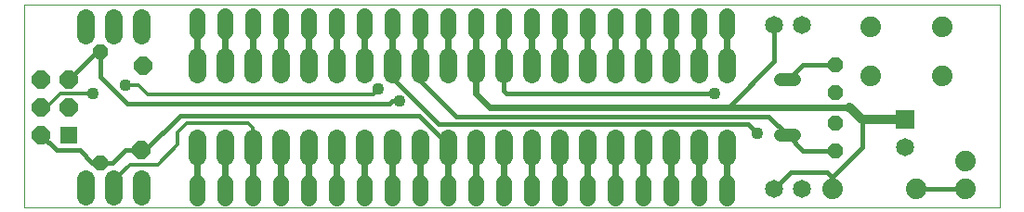
<source format=gtl>
G75*
G70*
%OFA0B0*%
%FSLAX24Y24*%
%IPPOS*%
%LPD*%
%AMOC8*
5,1,8,0,0,1.08239X$1,22.5*
%
%ADD10C,0.0000*%
%ADD11R,0.0600X0.0040*%
%ADD12R,0.0720X0.0040*%
%ADD13R,0.0680X0.0040*%
%ADD14R,0.0640X0.0040*%
%ADD15R,0.0560X0.0040*%
%ADD16R,0.0520X0.0040*%
%ADD17R,0.0440X0.0040*%
%ADD18R,0.0160X0.0040*%
%ADD19R,0.0880X0.0040*%
%ADD20R,0.1320X0.0040*%
%ADD21R,0.1520X0.0040*%
%ADD22R,0.0120X0.0040*%
%ADD23R,0.1400X0.0040*%
%ADD24R,0.1440X0.0040*%
%ADD25R,0.1480X0.0040*%
%ADD26R,0.1360X0.0040*%
%ADD27R,0.1240X0.0040*%
%ADD28R,0.1160X0.0040*%
%ADD29R,0.1080X0.0040*%
%ADD30R,0.1000X0.0040*%
%ADD31R,0.0920X0.0040*%
%ADD32R,0.0200X0.0040*%
%ADD33R,0.0760X0.0040*%
%ADD34R,0.0480X0.0040*%
%ADD35C,0.0560*%
%ADD36OC8,0.0560*%
%ADD37C,0.0740*%
%ADD38C,0.0650*%
%ADD39C,0.0640*%
%ADD40R,0.0640X0.0640*%
%ADD41OC8,0.0640*%
%ADD42R,0.0650X0.0650*%
%ADD43C,0.0480*%
%ADD44C,0.0240*%
%ADD45C,0.0320*%
%ADD46C,0.0160*%
%ADD47C,0.0436*%
%ADD48C,0.0120*%
D10*
X000160Y000310D02*
X035160Y000310D01*
X035160Y007585D01*
X000160Y007585D01*
X000160Y000310D01*
D11*
X001080Y000390D03*
X001160Y000630D03*
X001200Y000710D03*
X001200Y000750D03*
X001200Y000790D03*
X001200Y000830D03*
D12*
X001100Y000430D03*
X001220Y002190D03*
D13*
X001360Y002150D03*
X001120Y000510D03*
X001120Y000470D03*
D14*
X001140Y000550D03*
X001140Y000590D03*
X001180Y000670D03*
D15*
X001220Y000870D03*
D16*
X001200Y000910D03*
X001200Y000950D03*
X001200Y000990D03*
X001200Y001030D03*
X001200Y001070D03*
X001200Y001110D03*
D17*
X001200Y001150D03*
D18*
X001340Y001190D03*
X000300Y001470D03*
X000300Y001590D03*
X000300Y001630D03*
X000340Y001710D03*
X000380Y001750D03*
X000420Y001830D03*
X000460Y001870D03*
X000500Y001910D03*
X000540Y001950D03*
X000580Y001990D03*
X000620Y002030D03*
X000700Y002070D03*
D19*
X000780Y001350D03*
D20*
X000920Y001390D03*
X001200Y001470D03*
X001360Y001870D03*
D21*
X000980Y001430D03*
D22*
X000280Y001510D03*
X000280Y001550D03*
X000320Y001670D03*
X000400Y001790D03*
D23*
X001360Y001790D03*
X001240Y001510D03*
D24*
X001260Y001550D03*
X001300Y001590D03*
X001340Y001710D03*
X001340Y001750D03*
D25*
X001320Y001670D03*
X001320Y001630D03*
D26*
X001340Y001830D03*
D27*
X001360Y001910D03*
D28*
X001360Y001950D03*
D29*
X001360Y001990D03*
D30*
X001360Y002030D03*
D31*
X001360Y002070D03*
D32*
X000840Y002150D03*
X000760Y002110D03*
D33*
X001360Y002110D03*
D34*
X001220Y002230D03*
D35*
X006360Y001190D02*
X006360Y000630D01*
X007360Y000630D02*
X007360Y001190D01*
X008360Y001190D02*
X008360Y000630D01*
X009360Y000630D02*
X009360Y001190D01*
X010360Y001190D02*
X010360Y000630D01*
X011360Y000630D02*
X011360Y001190D01*
X012360Y001190D02*
X012360Y000630D01*
X013360Y000630D02*
X013360Y001190D01*
X014360Y001190D02*
X014360Y000630D01*
X015360Y000630D02*
X015360Y001190D01*
X016360Y001190D02*
X016360Y000630D01*
X017360Y000630D02*
X017360Y001190D01*
X018360Y001190D02*
X018360Y000630D01*
X019360Y000630D02*
X019360Y001190D01*
X020360Y001190D02*
X020360Y000630D01*
X021360Y000630D02*
X021360Y001190D01*
X022360Y001190D02*
X022360Y000630D01*
X023360Y000630D02*
X023360Y001190D01*
X024360Y001190D02*
X024360Y000630D01*
X025360Y000630D02*
X025360Y001190D01*
X025360Y006630D02*
X025360Y007190D01*
X024360Y007190D02*
X024360Y006630D01*
X023360Y006630D02*
X023360Y007190D01*
X022360Y007190D02*
X022360Y006630D01*
X021360Y006630D02*
X021360Y007190D01*
X020360Y007190D02*
X020360Y006630D01*
X019360Y006630D02*
X019360Y007190D01*
X018360Y007190D02*
X018360Y006630D01*
X017360Y006630D02*
X017360Y007190D01*
X016360Y007190D02*
X016360Y006630D01*
X015360Y006630D02*
X015360Y007190D01*
X014360Y007190D02*
X014360Y006630D01*
X013360Y006630D02*
X013360Y007190D01*
X012360Y007190D02*
X012360Y006630D01*
X011360Y006630D02*
X011360Y007190D01*
X010360Y007190D02*
X010360Y006630D01*
X009360Y006630D02*
X009360Y007190D01*
X008360Y007190D02*
X008360Y006630D01*
X007360Y006630D02*
X007360Y007190D01*
X006360Y007190D02*
X006360Y006630D01*
D36*
X002885Y005890D03*
X002885Y001890D03*
X029260Y002335D03*
X029260Y003335D03*
X029260Y004435D03*
X029260Y005435D03*
D37*
X030530Y005020D03*
X033090Y005020D03*
X033090Y006800D03*
X030530Y006800D03*
X033910Y001960D03*
X033910Y000960D03*
X032160Y000960D03*
X029160Y000960D03*
D38*
X028060Y000960D03*
X027060Y000960D03*
X031760Y002460D03*
X028060Y006860D03*
X027060Y006860D03*
D39*
X025360Y005730D02*
X025360Y005090D01*
X024360Y005090D02*
X024360Y005730D01*
X023360Y005730D02*
X023360Y005090D01*
X022360Y005090D02*
X022360Y005730D01*
X021360Y005730D02*
X021360Y005090D01*
X020360Y005090D02*
X020360Y005730D01*
X019360Y005730D02*
X019360Y005090D01*
X018360Y005090D02*
X018360Y005730D01*
X017360Y005730D02*
X017360Y005090D01*
X016360Y005090D02*
X016360Y005730D01*
X015360Y005730D02*
X015360Y005090D01*
X014360Y005090D02*
X014360Y005730D01*
X013360Y005730D02*
X013360Y005090D01*
X012360Y005090D02*
X012360Y005730D01*
X011360Y005730D02*
X011360Y005090D01*
X010360Y005090D02*
X010360Y005730D01*
X009360Y005730D02*
X009360Y005090D01*
X008360Y005090D02*
X008360Y005730D01*
X007360Y005730D02*
X007360Y005090D01*
X006360Y005090D02*
X006360Y005730D01*
X004360Y006490D02*
X004360Y007130D01*
X003360Y007130D02*
X003360Y006490D01*
X002360Y006490D02*
X002360Y007130D01*
X006360Y002780D02*
X006360Y002140D01*
X007360Y002140D02*
X007360Y002780D01*
X008360Y002780D02*
X008360Y002140D01*
X009360Y002140D02*
X009360Y002780D01*
X010360Y002780D02*
X010360Y002140D01*
X011360Y002140D02*
X011360Y002780D01*
X012360Y002780D02*
X012360Y002140D01*
X013360Y002140D02*
X013360Y002780D01*
X014360Y002780D02*
X014360Y002140D01*
X015360Y002140D02*
X015360Y002780D01*
X016360Y002780D02*
X016360Y002140D01*
X017360Y002140D02*
X017360Y002780D01*
X018360Y002780D02*
X018360Y002140D01*
X019360Y002140D02*
X019360Y002780D01*
X020360Y002780D02*
X020360Y002140D01*
X021360Y002140D02*
X021360Y002780D01*
X022360Y002780D02*
X022360Y002140D01*
X023360Y002140D02*
X023360Y002780D01*
X024360Y002780D02*
X024360Y002140D01*
X025360Y002140D02*
X025360Y002780D01*
X004360Y001330D02*
X004360Y000690D01*
X003360Y000690D02*
X003360Y001330D01*
X002360Y001330D02*
X002360Y000690D01*
D40*
X001760Y002910D03*
D41*
X000760Y002910D03*
X004360Y002360D03*
X001760Y003910D03*
X000760Y003910D03*
X000760Y004910D03*
X001760Y004910D03*
X004410Y005410D03*
D42*
X031760Y003460D03*
D43*
X027775Y002885D02*
X027295Y002885D01*
X027295Y004885D02*
X027775Y004885D01*
D44*
X025360Y005410D02*
X025360Y006910D01*
X024360Y006910D02*
X024360Y005410D01*
X023360Y005410D02*
X023360Y006910D01*
X022360Y006910D02*
X022360Y005410D01*
X021360Y005410D02*
X021360Y006910D01*
X020360Y006910D02*
X020360Y005410D01*
X019360Y005410D02*
X019360Y006910D01*
X018360Y006910D02*
X018360Y005410D01*
X017360Y005410D02*
X017360Y006910D01*
X016360Y006910D02*
X016360Y005410D01*
X016360Y004410D01*
X016860Y003910D01*
X025410Y003910D01*
X029760Y003910D01*
X025360Y002460D02*
X025360Y000910D01*
X024360Y000910D02*
X024360Y002460D01*
X023360Y002460D02*
X023360Y000910D01*
X022360Y000910D02*
X022360Y002460D01*
X021360Y002460D02*
X021360Y000910D01*
X020360Y000910D02*
X020360Y002460D01*
X019360Y002460D02*
X019360Y000910D01*
X018360Y000910D02*
X018360Y002460D01*
X017360Y002460D02*
X017360Y000910D01*
X016360Y000910D02*
X016360Y002460D01*
X015360Y002460D02*
X015360Y000910D01*
X014360Y000910D02*
X014360Y002460D01*
X013360Y002460D02*
X013360Y000910D01*
X012360Y000910D02*
X012360Y002460D01*
X011360Y002460D02*
X011360Y000910D01*
X010360Y000910D02*
X010360Y002460D01*
X009360Y002460D02*
X009360Y000910D01*
X008360Y000910D02*
X008360Y002460D01*
X007360Y002460D02*
X007360Y000910D01*
X006360Y000910D02*
X006360Y002460D01*
X016360Y005010D02*
X016360Y005410D01*
X015360Y005410D02*
X015360Y006910D01*
X014360Y006910D02*
X014360Y005410D01*
X013360Y005410D02*
X013360Y006910D01*
X012360Y006910D02*
X012360Y005410D01*
X011360Y005410D02*
X011360Y006910D01*
X010360Y006910D02*
X010360Y005410D01*
X009360Y005410D02*
X009360Y006910D01*
X008360Y006910D02*
X008360Y005410D01*
X007360Y005410D02*
X007360Y006910D01*
X006360Y006910D02*
X006360Y005410D01*
D45*
X029760Y003910D02*
X030210Y003460D01*
X031760Y003460D01*
D46*
X030210Y003460D02*
X030210Y002460D01*
X029160Y001410D01*
X029160Y000960D01*
X029160Y001410D02*
X029110Y001410D01*
X028960Y001560D01*
X027660Y001560D01*
X027060Y000960D01*
X032160Y000960D02*
X033910Y000960D01*
X029260Y002335D02*
X028085Y002335D01*
X027535Y002885D01*
X026860Y003560D01*
X015660Y003560D01*
X014360Y004860D01*
X014360Y005410D01*
X013360Y005410D02*
X013360Y004960D01*
X015010Y003310D01*
X026110Y003310D01*
X026460Y002960D01*
X025410Y003910D02*
X027060Y005560D01*
X027060Y006860D01*
X028085Y005435D02*
X027535Y004885D01*
X028085Y005435D02*
X029260Y005435D01*
X024910Y004410D02*
X017460Y004410D01*
X017360Y004510D01*
X017360Y005410D01*
X017310Y005360D01*
X013620Y004130D02*
X013360Y004130D01*
X013260Y004030D01*
X003860Y004030D01*
X002885Y005005D01*
X002885Y005890D01*
X002760Y005910D01*
X001760Y004910D01*
X004490Y002360D02*
X005740Y003610D01*
X014320Y003610D01*
X015220Y002710D01*
X015220Y002600D01*
X015360Y002460D01*
X004490Y002360D02*
X004360Y002360D01*
X004350Y002350D01*
X003780Y002350D01*
X003320Y001890D01*
X002885Y001890D01*
X002600Y001910D01*
X002160Y002350D01*
X001320Y002350D01*
X000760Y002910D01*
D47*
X002620Y004410D03*
X003800Y004690D03*
X012860Y004550D03*
X013620Y004130D03*
X024910Y004410D03*
X026460Y002960D03*
D48*
X012860Y004550D02*
X012680Y004350D01*
X004600Y004350D01*
X004260Y004690D01*
X003800Y004690D01*
X002620Y004410D02*
X001440Y004410D01*
X000940Y003910D01*
X000760Y003910D01*
X005660Y002990D02*
X006000Y003330D01*
X008200Y003330D01*
X008360Y003170D01*
X008360Y002460D01*
X005660Y002550D02*
X005660Y002990D01*
X005660Y002550D02*
X004940Y001830D01*
X003940Y001830D01*
X003360Y001250D01*
X003360Y001010D01*
M02*

</source>
